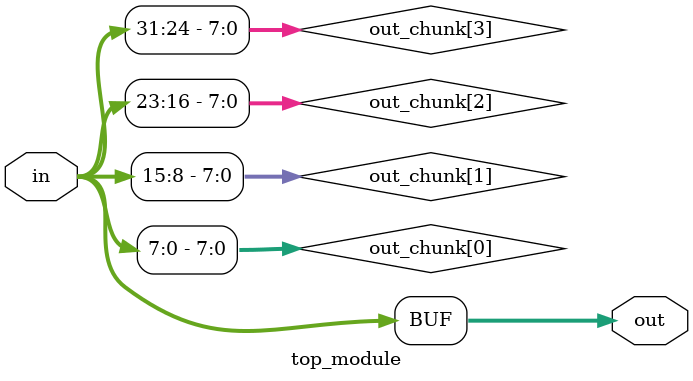
<source format=sv>
module top_module (
	input [31:0] in,
	output [31:0] out
);
  reg [7:0] out_chunk[3:0];

  always @(in) begin
    out_chunk[0] = in[7:0];
    out_chunk[1] = in[15:8];
    out_chunk[2] = in[23:16];
    out_chunk[3] = in[31:24];
    out = {out_chunk[3], out_chunk[2], out_chunk[1], out_chunk[0]};
  end
  
endmodule

</source>
